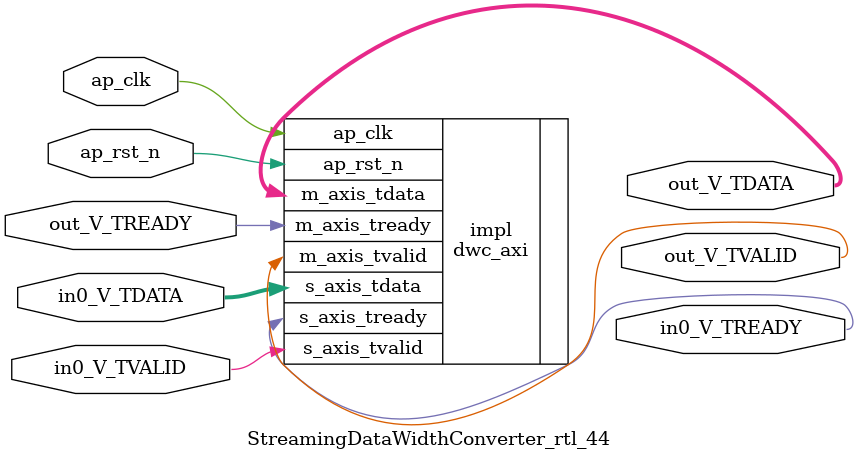
<source format=v>
/******************************************************************************
 * Copyright (C) 2023, Advanced Micro Devices, Inc.
 * All rights reserved.
 *
 * Redistribution and use in source and binary forms, with or without
 * modification, are permitted provided that the following conditions are met:
 *
 *  1. Redistributions of source code must retain the above copyright notice,
 *     this list of conditions and the following disclaimer.
 *
 *  2. Redistributions in binary form must reproduce the above copyright
 *     notice, this list of conditions and the following disclaimer in the
 *     documentation and/or other materials provided with the distribution.
 *
 *  3. Neither the name of the copyright holder nor the names of its
 *     contributors may be used to endorse or promote products derived from
 *     this software without specific prior written permission.
 *
 * THIS SOFTWARE IS PROVIDED BY THE COPYRIGHT HOLDERS AND CONTRIBUTORS "AS IS"
 * AND ANY EXPRESS OR IMPLIED WARRANTIES, INCLUDING, BUT NOT LIMITED TO,
 * THE IMPLIED WARRANTIES OF MERCHANTABILITY AND FITNESS FOR A PARTICULAR
 * PURPOSE ARE DISCLAIMED. IN NO EVENT SHALL THE COPYRIGHT HOLDER OR
 * CONTRIBUTORS BE LIABLE FOR ANY DIRECT, INDIRECT, INCIDENTAL, SPECIAL,
 * EXEMPLARY, OR CONSEQUENTIAL DAMAGES (INCLUDING, BUT NOT LIMITED TO,
 * PROCUREMENT OF SUBSTITUTE GOODS OR SERVICES; LOSS OF USE, DATA, OR PROFITS;
 * OR BUSINESS INTERRUPTION). HOWEVER CAUSED AND ON ANY THEORY OF LIABILITY,
 * WHETHER IN CONTRACT, STRICT LIABILITY, OR TORT (INCLUDING NEGLIGENCE OR
 * OTHERWISE) ARISING IN ANY WAY OUT OF THE USE OF THIS SOFTWARE, EVEN IF
 * ADVISED OF THE POSSIBILITY OF SUCH DAMAGE.
 *****************************************************************************/

module StreamingDataWidthConverter_rtl_44 #(
	parameter  IBITS = 5,
	parameter  OBITS = 40,

	parameter  AXI_IBITS = (IBITS+7)/8 * 8,
	parameter  AXI_OBITS = (OBITS+7)/8 * 8
)(
	//- Global Control ------------------
	(* X_INTERFACE_INFO = "xilinx.com:signal:clock:1.0 ap_clk CLK" *)
	(* X_INTERFACE_PARAMETER = "ASSOCIATED_BUSIF in0_V:out_V, ASSOCIATED_RESET ap_rst_n" *)
	input	ap_clk,
	(* X_INTERFACE_PARAMETER = "POLARITY ACTIVE_LOW" *)
	input	ap_rst_n,

	//- AXI Stream - Input --------------
	output	in0_V_TREADY,
	input	in0_V_TVALID,
	input	[AXI_IBITS-1:0]  in0_V_TDATA,

	//- AXI Stream - Output -------------
	input	out_V_TREADY,
	output	out_V_TVALID,
	output	[AXI_OBITS-1:0]  out_V_TDATA
);

	dwc_axi #(
		.IBITS(IBITS),
		.OBITS(OBITS)
	) impl (
		.ap_clk(ap_clk),
		.ap_rst_n(ap_rst_n),
		.s_axis_tready(in0_V_TREADY),
		.s_axis_tvalid(in0_V_TVALID),
		.s_axis_tdata(in0_V_TDATA),
		.m_axis_tready(out_V_TREADY),
		.m_axis_tvalid(out_V_TVALID),
		.m_axis_tdata(out_V_TDATA)
	);

endmodule

</source>
